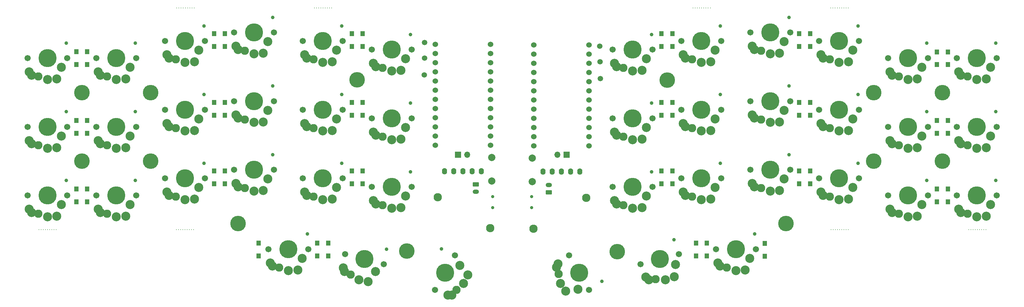
<source format=gbs>
G04 #@! TF.GenerationSoftware,KiCad,Pcbnew,(6.0.10-0)*
G04 #@! TF.CreationDate,2023-01-29T16:26:49+09:00*
G04 #@! TF.ProjectId,corne-ultralight,636f726e-652d-4756-9c74-72616c696768,2.0*
G04 #@! TF.SameCoordinates,Original*
G04 #@! TF.FileFunction,Soldermask,Bot*
G04 #@! TF.FilePolarity,Negative*
%FSLAX46Y46*%
G04 Gerber Fmt 4.6, Leading zero omitted, Abs format (unit mm)*
G04 Created by KiCad (PCBNEW (6.0.10-0)) date 2023-01-29 16:26:49*
%MOMM*%
%LPD*%
G01*
G04 APERTURE LIST*
G04 Aperture macros list*
%AMRoundRect*
0 Rectangle with rounded corners*
0 $1 Rounding radius*
0 $2 $3 $4 $5 $6 $7 $8 $9 X,Y pos of 4 corners*
0 Add a 4 corners polygon primitive as box body*
4,1,4,$2,$3,$4,$5,$6,$7,$8,$9,$2,$3,0*
0 Add four circle primitives for the rounded corners*
1,1,$1+$1,$2,$3*
1,1,$1+$1,$4,$5*
1,1,$1+$1,$6,$7*
1,1,$1+$1,$8,$9*
0 Add four rect primitives between the rounded corners*
20,1,$1+$1,$2,$3,$4,$5,0*
20,1,$1+$1,$4,$5,$6,$7,0*
20,1,$1+$1,$6,$7,$8,$9,0*
20,1,$1+$1,$8,$9,$2,$3,0*%
G04 Aperture macros list end*
%ADD10C,2.000000*%
%ADD11C,5.000000*%
%ADD12C,1.701800*%
%ADD13C,0.990600*%
%ADD14C,2.500000*%
%ADD15C,2.286000*%
%ADD16C,1.524000*%
%ADD17C,2.300000*%
%ADD18O,1.397000X1.778000*%
%ADD19C,0.300000*%
%ADD20C,0.900000*%
%ADD21RoundRect,0.250000X0.625000X-0.350000X0.625000X0.350000X-0.625000X0.350000X-0.625000X-0.350000X0*%
%ADD22O,1.750000X1.200000*%
%ADD23R,1.700000X1.700000*%
%ADD24O,1.700000X1.700000*%
%ADD25RoundRect,0.250000X-0.625000X0.350000X-0.625000X-0.350000X0.625000X-0.350000X0.625000X0.350000X0*%
%ADD26R,1.300000X1.400000*%
%ADD27C,4.300000*%
%ADD28C,1.500000*%
G04 APERTURE END LIST*
D10*
X156012500Y-80067432D03*
X156012500Y-73567432D03*
D11*
X278684847Y-45920432D03*
D12*
X273184847Y-45920432D03*
D13*
X283904847Y-41720432D03*
D12*
X284184847Y-45920432D03*
D14*
X278684847Y-51820432D03*
X282494847Y-48460432D03*
X281284847Y-51670432D03*
D15*
X276144847Y-51000432D03*
D14*
X274284847Y-50620432D03*
X273684847Y-49720432D03*
D12*
X254184847Y-45920432D03*
X265184847Y-45920432D03*
D13*
X264904847Y-41720432D03*
D11*
X259684847Y-45920432D03*
D14*
X259684847Y-51820432D03*
X263494847Y-48460432D03*
X262284847Y-51670432D03*
X255284847Y-50620432D03*
X254684847Y-49720432D03*
D15*
X257144847Y-51000432D03*
D11*
X240684847Y-41170432D03*
D12*
X235184847Y-41170432D03*
D13*
X245904847Y-36970432D03*
D12*
X246184847Y-41170432D03*
D14*
X243284847Y-46920432D03*
X244494847Y-43710432D03*
X240684847Y-47070432D03*
X235684847Y-44970432D03*
D15*
X238144847Y-46250432D03*
D14*
X236284847Y-45870432D03*
D12*
X227184847Y-38795432D03*
D13*
X226904847Y-34595432D03*
D12*
X216184847Y-38795432D03*
D11*
X221684847Y-38795432D03*
D14*
X225494847Y-41335432D03*
X221684847Y-44695432D03*
X224284847Y-44545432D03*
D15*
X219144847Y-43875432D03*
D14*
X217284847Y-43495432D03*
X216684847Y-42595432D03*
D12*
X197184847Y-41170432D03*
D13*
X207904847Y-36970432D03*
D11*
X202684847Y-41170432D03*
D12*
X208184847Y-41170432D03*
D14*
X202684847Y-47070432D03*
X205284847Y-46920432D03*
X206494847Y-43710432D03*
D15*
X200144847Y-46250432D03*
D14*
X198284847Y-45870432D03*
X197684847Y-44970432D03*
D11*
X183684847Y-43545432D03*
D13*
X188904847Y-39345432D03*
D12*
X178184847Y-43545432D03*
X189184847Y-43545432D03*
D14*
X187494847Y-46085432D03*
X183684847Y-49445432D03*
X186284847Y-49295432D03*
D15*
X181144847Y-48625432D03*
D14*
X179284847Y-48245432D03*
X178684847Y-47345432D03*
D12*
X284184847Y-64920432D03*
X273184847Y-64920432D03*
D13*
X283904847Y-60720432D03*
D11*
X278684847Y-64920432D03*
D14*
X278684847Y-70820432D03*
X281284847Y-70670432D03*
X282494847Y-67460432D03*
X274284847Y-69620432D03*
X273684847Y-68720432D03*
D15*
X276144847Y-70000432D03*
D12*
X265184847Y-64920432D03*
X254184847Y-64920432D03*
D13*
X264904847Y-60720432D03*
D11*
X259684847Y-64920432D03*
D14*
X263494847Y-67460432D03*
X259684847Y-70820432D03*
X262284847Y-70670432D03*
X254684847Y-68720432D03*
X255284847Y-69620432D03*
D15*
X257144847Y-70000432D03*
D12*
X235184847Y-60170432D03*
D11*
X240684847Y-60170432D03*
D13*
X245904847Y-55970432D03*
D12*
X246184847Y-60170432D03*
D14*
X244494847Y-62710432D03*
X240684847Y-66070432D03*
X243284847Y-65920432D03*
X235684847Y-63970432D03*
D15*
X238144847Y-65250432D03*
D14*
X236284847Y-64870432D03*
D12*
X227184847Y-57795432D03*
D11*
X221684847Y-57795432D03*
D12*
X216184847Y-57795432D03*
D13*
X226904847Y-53595432D03*
D14*
X221684847Y-63695432D03*
X225494847Y-60335432D03*
X224284847Y-63545432D03*
D15*
X219144847Y-62875432D03*
D14*
X217284847Y-62495432D03*
X216684847Y-61595432D03*
D11*
X202684847Y-60170432D03*
D13*
X207904847Y-55970432D03*
D12*
X208184847Y-60170432D03*
X197184847Y-60170432D03*
D14*
X202684847Y-66070432D03*
X205284847Y-65920432D03*
X206494847Y-62710432D03*
X198284847Y-64870432D03*
X197684847Y-63970432D03*
D15*
X200144847Y-65250432D03*
D12*
X189184847Y-62545432D03*
D11*
X183684847Y-62545432D03*
D13*
X188904847Y-58345432D03*
D12*
X178184847Y-62545432D03*
D14*
X186284847Y-68295432D03*
X187494847Y-65085432D03*
X183684847Y-68445432D03*
D15*
X181144847Y-67625432D03*
D14*
X178684847Y-66345432D03*
X179284847Y-67245432D03*
D13*
X283904847Y-79720432D03*
D12*
X273184847Y-83920432D03*
X284184847Y-83920432D03*
D11*
X278684847Y-83920432D03*
D14*
X282494847Y-86460432D03*
X281284847Y-89670432D03*
X278684847Y-89820432D03*
D15*
X276144847Y-89000432D03*
D14*
X273684847Y-87720432D03*
X274284847Y-88620432D03*
D12*
X254184847Y-83920432D03*
D11*
X259684847Y-83920432D03*
D13*
X264904847Y-79720432D03*
D12*
X265184847Y-83920432D03*
D14*
X263494847Y-86460432D03*
X262284847Y-89670432D03*
X259684847Y-89820432D03*
D15*
X257144847Y-89000432D03*
D14*
X254684847Y-87720432D03*
X255284847Y-88620432D03*
D13*
X245904847Y-74970432D03*
D11*
X240684847Y-79170432D03*
D12*
X235184847Y-79170432D03*
X246184847Y-79170432D03*
D14*
X244494847Y-81710432D03*
X240684847Y-85070432D03*
X243284847Y-84920432D03*
X236284847Y-83870432D03*
X235684847Y-82970432D03*
D15*
X238144847Y-84250432D03*
D13*
X226904847Y-72595432D03*
D11*
X221684847Y-76795432D03*
D12*
X216184847Y-76795432D03*
X227184847Y-76795432D03*
D14*
X225494847Y-79335432D03*
X224284847Y-82545432D03*
X221684847Y-82695432D03*
X216684847Y-80595432D03*
D15*
X219144847Y-81875432D03*
D14*
X217284847Y-81495432D03*
D12*
X197184847Y-79170432D03*
D11*
X202684847Y-79170432D03*
D12*
X208184847Y-79170432D03*
D13*
X207904847Y-74970432D03*
D14*
X205284847Y-84920432D03*
X206494847Y-81710432D03*
X202684847Y-85070432D03*
X197684847Y-82970432D03*
X198284847Y-83870432D03*
D15*
X200144847Y-84250432D03*
D11*
X212184847Y-98795432D03*
D12*
X217684847Y-98795432D03*
X206684847Y-98795432D03*
D13*
X217404847Y-94595432D03*
D14*
X215994847Y-101335432D03*
X214784847Y-104545432D03*
X212184847Y-104695432D03*
X207184847Y-102595432D03*
D15*
X209644847Y-103875432D03*
D14*
X207784847Y-103495432D03*
D11*
X191184847Y-101545432D03*
D13*
X195139940Y-96137508D03*
D12*
X196497439Y-100121927D03*
X185872255Y-102968937D03*
D14*
X195522425Y-103012783D03*
X195184464Y-106426576D03*
X192711879Y-107244394D03*
X188151223Y-107224087D03*
D15*
X190046196Y-107109736D03*
D14*
X187338730Y-106510045D03*
D11*
X183684847Y-81545432D03*
D13*
X188904847Y-77345432D03*
D12*
X189184847Y-81545432D03*
X178184847Y-81545432D03*
D14*
X187494847Y-84085432D03*
X186284847Y-87295432D03*
X183684847Y-87445432D03*
D15*
X181144847Y-86625432D03*
D14*
X178684847Y-85345432D03*
X179284847Y-86245432D03*
D16*
X144503900Y-42082000D03*
X144503900Y-44622000D03*
X144503900Y-47162000D03*
X144503900Y-49702000D03*
X144503900Y-52242000D03*
X144503900Y-54782000D03*
X144503900Y-57322000D03*
X144503900Y-59862000D03*
X144503900Y-62402000D03*
X144503900Y-64942000D03*
X144503900Y-67482000D03*
X144503900Y-70022000D03*
X129283900Y-70022000D03*
X129283900Y-67482000D03*
X129283900Y-64942000D03*
X129283900Y-62402000D03*
X129283900Y-59862000D03*
X129283900Y-57322000D03*
X129283900Y-54782000D03*
X129283900Y-52242000D03*
X129283900Y-49702000D03*
X129283900Y-47162000D03*
X129283900Y-44622000D03*
X129283900Y-42082000D03*
X171674247Y-42208432D03*
X171674247Y-44748432D03*
X171674247Y-47288432D03*
X171674247Y-49828432D03*
X171674247Y-52368432D03*
X171674247Y-54908432D03*
X171674247Y-57448432D03*
X171674247Y-59988432D03*
X171674247Y-62528432D03*
X171674247Y-65068432D03*
X171674247Y-67608432D03*
X171674247Y-70148432D03*
X156454247Y-70148432D03*
X156454247Y-67608432D03*
X156454247Y-65068432D03*
X156454247Y-62528432D03*
X156454247Y-59988432D03*
X156454247Y-57448432D03*
X156454247Y-54908432D03*
X156454247Y-52368432D03*
X156454247Y-49828432D03*
X156454247Y-47288432D03*
X156454247Y-44748432D03*
X156454247Y-42208432D03*
D13*
X122407500Y-39345000D03*
D11*
X117187500Y-43545000D03*
D12*
X122687500Y-43545000D03*
X111687500Y-43545000D03*
D14*
X117187500Y-49445000D03*
X119787500Y-49295000D03*
X120997500Y-46085000D03*
D15*
X114647500Y-48625000D03*
D14*
X112187500Y-47345000D03*
X112787500Y-48245000D03*
D12*
X92687500Y-41170000D03*
D11*
X98187500Y-41170000D03*
D13*
X103407500Y-36970000D03*
D12*
X103687500Y-41170000D03*
D14*
X100787500Y-46920000D03*
X101997500Y-43710000D03*
X98187500Y-47070000D03*
X93187500Y-44970000D03*
X93787500Y-45870000D03*
D15*
X95647500Y-46250000D03*
D12*
X73687500Y-38795000D03*
D13*
X84407500Y-34595000D03*
D12*
X84687500Y-38795000D03*
D11*
X79187500Y-38795000D03*
D14*
X82997500Y-41335000D03*
X81787500Y-44545000D03*
X79187500Y-44695000D03*
X74187500Y-42595000D03*
D15*
X76647500Y-43875000D03*
D14*
X74787500Y-43495000D03*
D12*
X65687500Y-41170000D03*
D11*
X60187500Y-41170000D03*
D13*
X65407500Y-36970000D03*
D12*
X54687500Y-41170000D03*
D14*
X60187500Y-47070000D03*
X63997500Y-43710000D03*
X62787500Y-46920000D03*
X55787500Y-45870000D03*
D15*
X57647500Y-46250000D03*
D14*
X55187500Y-44970000D03*
D13*
X46407500Y-41720000D03*
D12*
X35687500Y-45920000D03*
D11*
X41187500Y-45920000D03*
D12*
X46687500Y-45920000D03*
D14*
X41187500Y-51820000D03*
X44997500Y-48460000D03*
X43787500Y-51670000D03*
X36787500Y-50620000D03*
X36187500Y-49720000D03*
D15*
X38647500Y-51000000D03*
D13*
X122407500Y-77345000D03*
D11*
X117187500Y-81545000D03*
D12*
X111687500Y-81545000D03*
X122687500Y-81545000D03*
D14*
X117187500Y-87445000D03*
X119787500Y-87295000D03*
X120997500Y-84085000D03*
D15*
X114647500Y-86625000D03*
D14*
X112187500Y-85345000D03*
X112787500Y-86245000D03*
D11*
X131937500Y-105295000D03*
D13*
X130910193Y-98674347D03*
D12*
X134687500Y-100531860D03*
X129187500Y-110058140D03*
D14*
X136042205Y-103265443D03*
X138217146Y-105918334D03*
X137047050Y-108245000D03*
D15*
X135066909Y-110034705D03*
D14*
X133807819Y-111455512D03*
X132728397Y-111525127D03*
D11*
X22187500Y-83920000D03*
D12*
X27687500Y-83920000D03*
D13*
X27407500Y-79720000D03*
D12*
X16687500Y-83920000D03*
D14*
X24787500Y-89670000D03*
X25997500Y-86460000D03*
X22187500Y-89820000D03*
X17787500Y-88620000D03*
D15*
X19647500Y-89000000D03*
D14*
X17187500Y-87720000D03*
D11*
X109687500Y-101545000D03*
D12*
X115000092Y-102968505D03*
D13*
X115816673Y-98839147D03*
D12*
X104374908Y-100121495D03*
D14*
X110710698Y-107772003D03*
X112710277Y-104984552D03*
X108160468Y-107243962D03*
X104220977Y-104946048D03*
X103874358Y-103921423D03*
D15*
X105919248Y-105794503D03*
D12*
X83187500Y-98795000D03*
D13*
X93907500Y-94595000D03*
D11*
X88687500Y-98795000D03*
D12*
X94187500Y-98795000D03*
D14*
X88687500Y-104695000D03*
X91287500Y-104545000D03*
X92497500Y-101335000D03*
D15*
X86147500Y-103875000D03*
D14*
X83687500Y-102595000D03*
X84287500Y-103495000D03*
D13*
X103407500Y-74970000D03*
D12*
X92687500Y-79170000D03*
D11*
X98187500Y-79170000D03*
D12*
X103687500Y-79170000D03*
D14*
X101997500Y-81710000D03*
X98187500Y-85070000D03*
X100787500Y-84920000D03*
X93787500Y-83870000D03*
D15*
X95647500Y-84250000D03*
D14*
X93187500Y-82970000D03*
D11*
X79187500Y-76795000D03*
D13*
X84407500Y-72595000D03*
D12*
X84687500Y-76795000D03*
X73687500Y-76795000D03*
D14*
X79187500Y-82695000D03*
X82997500Y-79335000D03*
X81787500Y-82545000D03*
X74187500Y-80595000D03*
D15*
X76647500Y-81875000D03*
D14*
X74787500Y-81495000D03*
D12*
X54687500Y-79170000D03*
D11*
X60187500Y-79170000D03*
D13*
X65407500Y-74970000D03*
D12*
X65687500Y-79170000D03*
D14*
X60187500Y-85070000D03*
X63997500Y-81710000D03*
X62787500Y-84920000D03*
X55787500Y-83870000D03*
X55187500Y-82970000D03*
D15*
X57647500Y-84250000D03*
D11*
X41187500Y-83920000D03*
D13*
X46407500Y-79720000D03*
D12*
X35687500Y-83920000D03*
X46687500Y-83920000D03*
D14*
X43787500Y-89670000D03*
X41187500Y-89820000D03*
X44997500Y-86460000D03*
X36787500Y-88620000D03*
D15*
X38647500Y-89000000D03*
D14*
X36187500Y-87720000D03*
D12*
X111687500Y-62545000D03*
X122687500Y-62545000D03*
D11*
X117187500Y-62545000D03*
D13*
X122407500Y-58345000D03*
D14*
X117187500Y-68445000D03*
X120997500Y-65085000D03*
X119787500Y-68295000D03*
X112187500Y-66345000D03*
X112787500Y-67245000D03*
D15*
X114647500Y-67625000D03*
D13*
X103407500Y-55970000D03*
D12*
X103687500Y-60170000D03*
D11*
X98187500Y-60170000D03*
D12*
X92687500Y-60170000D03*
D14*
X98187500Y-66070000D03*
X100787500Y-65920000D03*
X101997500Y-62710000D03*
X93187500Y-63970000D03*
D15*
X95647500Y-65250000D03*
D14*
X93787500Y-64870000D03*
D13*
X84407500Y-53595000D03*
D12*
X73687500Y-57795000D03*
X84687500Y-57795000D03*
D11*
X79187500Y-57795000D03*
D14*
X82997500Y-60335000D03*
X79187500Y-63695000D03*
X81787500Y-63545000D03*
X74187500Y-61595000D03*
X74787500Y-62495000D03*
D15*
X76647500Y-62875000D03*
D11*
X60187500Y-60170000D03*
D13*
X65407500Y-55970000D03*
D12*
X54687500Y-60170000D03*
X65687500Y-60170000D03*
D14*
X62787500Y-65920000D03*
X60187500Y-66070000D03*
X63997500Y-62710000D03*
X55787500Y-64870000D03*
D15*
X57647500Y-65250000D03*
D14*
X55187500Y-63970000D03*
D12*
X46687500Y-64920000D03*
D13*
X46407500Y-60720000D03*
D12*
X35687500Y-64920000D03*
D11*
X41187500Y-64920000D03*
D14*
X41187500Y-70820000D03*
X43787500Y-70670000D03*
X44997500Y-67460000D03*
X36187500Y-68720000D03*
X36787500Y-69620000D03*
D15*
X38647500Y-70000000D03*
D12*
X27687500Y-64920000D03*
D11*
X22187500Y-64920000D03*
D12*
X16687500Y-64920000D03*
D13*
X27407500Y-60720000D03*
D14*
X22187500Y-70820000D03*
X24787500Y-70670000D03*
X25997500Y-67460000D03*
X17787500Y-69620000D03*
X17187500Y-68720000D03*
D15*
X19647500Y-70000000D03*
D13*
X27407500Y-41720000D03*
D12*
X27687500Y-45920000D03*
D11*
X22187500Y-45920000D03*
D12*
X16687500Y-45920000D03*
D14*
X22187500Y-51820000D03*
X25997500Y-48460000D03*
X24787500Y-51670000D03*
D15*
X19647500Y-51000000D03*
D14*
X17787500Y-50620000D03*
X17187500Y-49720000D03*
D17*
X156330847Y-93085432D03*
X170889847Y-84542432D03*
D12*
X171684847Y-110058572D03*
D13*
X175182154Y-107716085D03*
D11*
X168934847Y-105295432D03*
D12*
X166184847Y-100532292D03*
D14*
X163825297Y-108245432D03*
X168640142Y-109864989D03*
X165255201Y-110422098D03*
X162664528Y-103834920D03*
X163143950Y-102865305D03*
D15*
X163265438Y-105635727D03*
D18*
X131758500Y-77168000D03*
X134298500Y-77168000D03*
X136838500Y-77168000D03*
X139378500Y-77168000D03*
X141918500Y-77168000D03*
D10*
X144862500Y-79921000D03*
X144862500Y-73421000D03*
D19*
X24571250Y-93380000D03*
X22790000Y-93380000D03*
X19821250Y-93380000D03*
X23383750Y-93380000D03*
X21602500Y-93380000D03*
X22196250Y-93380000D03*
X20415000Y-93380000D03*
X23977500Y-93380000D03*
X21008750Y-93380000D03*
X58997000Y-93380000D03*
X62559500Y-93380000D03*
X57809500Y-93380000D03*
X61372000Y-93380000D03*
X59590750Y-93380000D03*
X58403250Y-93380000D03*
X60778250Y-93380000D03*
X61965750Y-93380000D03*
X60184500Y-93380000D03*
X57912500Y-31970000D03*
X58506250Y-31970000D03*
X61475000Y-31970000D03*
X62662500Y-31970000D03*
X59100000Y-31970000D03*
X60287500Y-31970000D03*
X60881250Y-31970000D03*
X62068750Y-31970000D03*
X59693750Y-31970000D03*
X96476250Y-31970000D03*
X99445000Y-31970000D03*
X100632500Y-31970000D03*
X95882500Y-31970000D03*
X100038750Y-31970000D03*
X98851250Y-31970000D03*
X97070000Y-31970000D03*
X98257500Y-31970000D03*
X97663750Y-31970000D03*
X202183750Y-31980000D03*
X200402500Y-31980000D03*
X203965000Y-31980000D03*
X200996250Y-31980000D03*
X202777500Y-31980000D03*
X204558750Y-31980000D03*
X203371250Y-31980000D03*
X205152500Y-31980000D03*
X201590000Y-31980000D03*
X242578750Y-31970000D03*
X238422500Y-31970000D03*
X239610000Y-31970000D03*
X240203750Y-31970000D03*
X240797500Y-31970000D03*
X243172500Y-31970000D03*
X241391250Y-31970000D03*
X239016250Y-31970000D03*
X241985000Y-31970000D03*
X278827500Y-93390000D03*
X280608750Y-93390000D03*
X281202500Y-93390000D03*
X280015000Y-93390000D03*
X276452500Y-93390000D03*
X277046250Y-93390000D03*
X277640000Y-93390000D03*
X279421250Y-93390000D03*
X278233750Y-93390000D03*
X243202500Y-93390000D03*
X239640000Y-93390000D03*
X240827500Y-93390000D03*
X241421250Y-93390000D03*
X238452500Y-93390000D03*
X242015000Y-93390000D03*
X240233750Y-93390000D03*
X242608750Y-93390000D03*
X239046250Y-93390000D03*
D18*
X158987500Y-77310000D03*
X161527500Y-77310000D03*
X164067500Y-77310000D03*
X166607500Y-77310000D03*
X169147500Y-77310000D03*
D20*
X155802500Y-87245000D03*
X155802500Y-84245000D03*
D21*
X160537500Y-83045000D03*
D22*
X160537500Y-81045000D03*
D23*
X165512500Y-72595000D03*
D24*
X162972500Y-72595000D03*
D23*
X135472500Y-72595000D03*
D24*
X138012500Y-72595000D03*
D20*
X145117500Y-84245000D03*
X145117500Y-87245000D03*
D25*
X140387500Y-80845000D03*
D22*
X140387500Y-82845000D03*
D26*
X270684847Y-85695432D03*
X270684847Y-82145432D03*
X232684847Y-80695432D03*
X232684847Y-77145432D03*
X229684847Y-80690432D03*
X229684847Y-77140432D03*
X194684847Y-80695432D03*
X194684847Y-77145432D03*
X191684847Y-80695432D03*
X191684847Y-77145432D03*
X220184847Y-100705432D03*
X220184847Y-97155432D03*
X204194847Y-100690432D03*
X204194847Y-97140432D03*
X201194847Y-100690432D03*
X201194847Y-97140432D03*
X270684847Y-47695432D03*
X270684847Y-44145432D03*
X267684847Y-47695432D03*
X267684847Y-44145432D03*
X232684847Y-42695432D03*
X232684847Y-39145432D03*
X229684847Y-42690432D03*
X229684847Y-39140432D03*
X194684847Y-42695432D03*
X194684847Y-39145432D03*
X191684847Y-42695432D03*
X191684847Y-39145432D03*
X270684847Y-66695432D03*
X270684847Y-63145432D03*
X267684847Y-66695432D03*
X267684847Y-63145432D03*
X232684847Y-61695432D03*
X232684847Y-58145432D03*
X229684847Y-61690432D03*
X229684847Y-58140432D03*
X194684847Y-61695432D03*
X194684847Y-58145432D03*
X33187500Y-85695000D03*
X33187500Y-82145000D03*
X33187500Y-66695000D03*
X33187500Y-63145000D03*
X33187500Y-47695000D03*
X33187500Y-44145000D03*
X191684847Y-61695432D03*
X191684847Y-58145432D03*
X99687500Y-100680000D03*
X99687500Y-97130000D03*
X96687500Y-100680000D03*
X96687500Y-97130000D03*
X80507500Y-100685000D03*
X80507500Y-97135000D03*
X109187500Y-80695000D03*
X109187500Y-77145000D03*
X106187500Y-80695000D03*
X106187500Y-77145000D03*
X71187500Y-80690000D03*
X71187500Y-77140000D03*
X68187500Y-80695000D03*
X68187500Y-77145000D03*
X30187500Y-85691875D03*
X30187500Y-82141875D03*
X109187500Y-61695000D03*
X109187500Y-58145000D03*
X106187500Y-61695000D03*
X106187500Y-58145000D03*
X71187500Y-61690000D03*
X71187500Y-58140000D03*
X68187500Y-61695000D03*
X68187500Y-58145000D03*
X30187500Y-66691875D03*
X30187500Y-63141875D03*
X109187500Y-42695000D03*
X109187500Y-39145000D03*
X106187500Y-42695000D03*
X106187500Y-39145000D03*
X71187500Y-42690000D03*
X71187500Y-39140000D03*
X68187500Y-42695000D03*
X68187500Y-39145000D03*
X30187500Y-47691875D03*
X30187500Y-44141875D03*
X267684847Y-85695432D03*
X267684847Y-82145432D03*
D27*
X31695500Y-74420500D03*
X107650500Y-51930500D03*
X31695500Y-55420500D03*
X74839500Y-91685500D03*
X121405500Y-99300000D03*
D17*
X129944500Y-84419000D03*
X144376500Y-92940000D03*
D27*
X193235847Y-51936932D03*
X179485847Y-99446932D03*
X226055847Y-91696932D03*
X269195847Y-55426932D03*
X269195847Y-74426932D03*
X50712500Y-74445000D03*
X50712500Y-55445000D03*
X250212500Y-74426932D03*
X250212500Y-55426932D03*
D28*
X126237500Y-50545000D03*
X174762500Y-51545000D03*
X174612500Y-42595000D03*
X174687500Y-46920000D03*
X126262500Y-41595000D03*
X126262500Y-45920000D03*
M02*

</source>
